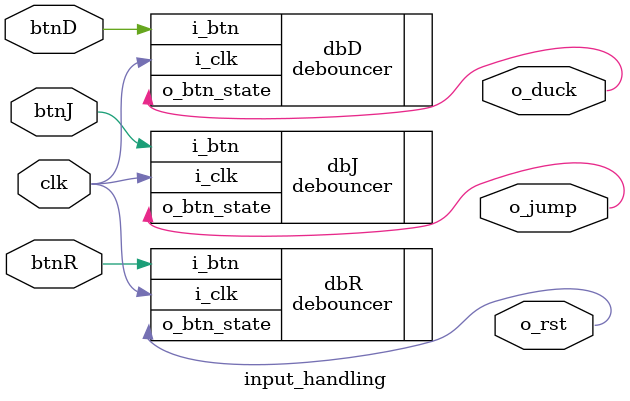
<source format=v>
`timescale 1ns / 1ps
module input_handling(clk,btnR,btnJ,btnD,o_rst,o_jump, o_duck);

	input clk;
	input btnR;
	input btnJ;
	input btnD;

	output o_rst;
	output o_jump;
	output o_duck;
	
	debouncer dbR (
	 .i_clk(clk),
	 .i_btn(btnR),
	 .o_btn_state(o_rst)
	);
	 
	debouncer dbJ (
	 .i_clk(clk),
	 .i_btn(btnJ),
	 .o_btn_state(o_jump)
	);

	debouncer dbD (
	 .i_clk(clk),
	 .i_btn(btnD),
	 .o_btn_state(o_duck)
	);

endmodule

</source>
